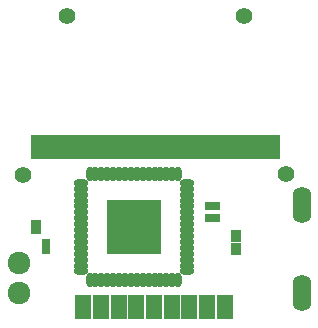
<source format=gts>
G04 #@! TF.FileFunction,Soldermask,Top*
%FSLAX46Y46*%
G04 Gerber Fmt 4.6, Leading zero omitted, Abs format (unit mm)*
G04 Created by KiCad (PCBNEW 4.0.5+dfsg1-4) date Wed Sep  6 13:50:53 2017*
%MOMM*%
%LPD*%
G01*
G04 APERTURE LIST*
%ADD10C,0.100000*%
%ADD11O,1.200000X0.650000*%
%ADD12O,0.650000X1.200000*%
%ADD13R,4.650000X4.650000*%
%ADD14R,1.385000X2.150000*%
%ADD15R,0.710000X2.150000*%
%ADD16R,0.700000X0.750000*%
%ADD17R,0.750000X0.700000*%
%ADD18R,0.830000X0.680000*%
%ADD19R,0.900000X1.000000*%
%ADD20O,1.600000X3.100000*%
%ADD21C,1.400000*%
%ADD22C,1.924000*%
G04 APERTURE END LIST*
D10*
D11*
X112075000Y-80750000D03*
X112075000Y-80250000D03*
X112075000Y-79750000D03*
X112075000Y-79250000D03*
X112075000Y-78750000D03*
X112075000Y-78250000D03*
X112075000Y-77750000D03*
X112075000Y-77250000D03*
X112075000Y-76750000D03*
X112075000Y-76250000D03*
X112075000Y-75750000D03*
X112075000Y-75250000D03*
X112075000Y-74750000D03*
X112075000Y-74250000D03*
X112075000Y-73750000D03*
X112075000Y-73250000D03*
D12*
X111350000Y-72525000D03*
X110850000Y-72525000D03*
X110350000Y-72525000D03*
X109850000Y-72525000D03*
X109350000Y-72525000D03*
X108850000Y-72525000D03*
X108350000Y-72525000D03*
X107850000Y-72525000D03*
X107350000Y-72525000D03*
X106850000Y-72525000D03*
X106350000Y-72525000D03*
X105850000Y-72525000D03*
X105350000Y-72525000D03*
X104850000Y-72525000D03*
X104350000Y-72525000D03*
X103850000Y-72525000D03*
D11*
X103125000Y-73250000D03*
X103125000Y-73750000D03*
X103125000Y-74250000D03*
X103125000Y-74750000D03*
X103125000Y-75250000D03*
X103125000Y-75750000D03*
X103125000Y-76250000D03*
X103125000Y-76750000D03*
X103125000Y-77250000D03*
X103125000Y-77750000D03*
X103125000Y-78250000D03*
X103125000Y-78750000D03*
X103125000Y-79250000D03*
X103125000Y-79750000D03*
X103125000Y-80250000D03*
X103125000Y-80750000D03*
D12*
X103850000Y-81475000D03*
X104350000Y-81475000D03*
X104850000Y-81475000D03*
X105350000Y-81475000D03*
X105850000Y-81475000D03*
X106350000Y-81475000D03*
X106850000Y-81475000D03*
X107350000Y-81475000D03*
X107850000Y-81475000D03*
X108350000Y-81475000D03*
X108850000Y-81475000D03*
X109350000Y-81475000D03*
X109850000Y-81475000D03*
X110350000Y-81475000D03*
X110850000Y-81475000D03*
X111350000Y-81475000D03*
D13*
X107600000Y-77000000D03*
D14*
X103300000Y-83800000D03*
X104800000Y-83800000D03*
X106300000Y-83800000D03*
X107800000Y-83800000D03*
X109300000Y-83800000D03*
X110800000Y-83800000D03*
X112300000Y-83800000D03*
X113800000Y-83800000D03*
X115300000Y-83800000D03*
D15*
X99200000Y-70200000D03*
X99800000Y-70200000D03*
X100400000Y-70200000D03*
X101000000Y-70200000D03*
X101600000Y-70200000D03*
X102200000Y-70200000D03*
X102800000Y-70200000D03*
X103400000Y-70200000D03*
X104000000Y-70200000D03*
X104600000Y-70200000D03*
X105200000Y-70200000D03*
X105800000Y-70200000D03*
X106400000Y-70200000D03*
X107000000Y-70200000D03*
X107600000Y-70200000D03*
X108200000Y-70200000D03*
X108800000Y-70200000D03*
X109400000Y-70200000D03*
X110000000Y-70200000D03*
X110600000Y-70200000D03*
X111200000Y-70200000D03*
X111800000Y-70200000D03*
X112400000Y-70200000D03*
X113000000Y-70200000D03*
X113600000Y-70200000D03*
X114200000Y-70200000D03*
X114800000Y-70200000D03*
X115400000Y-70200000D03*
X116000000Y-70200000D03*
X116600000Y-70200000D03*
X117200000Y-70200000D03*
X117800000Y-70200000D03*
X118400000Y-70200000D03*
X119000000Y-70200000D03*
X119600000Y-70200000D03*
D16*
X113973000Y-75224000D03*
X114533000Y-75224000D03*
D17*
X100156000Y-78347000D03*
X100156000Y-78907000D03*
D18*
X99292400Y-76716600D03*
X99292400Y-77236600D03*
D16*
X113973000Y-76240000D03*
X114533000Y-76240000D03*
D19*
X116285000Y-78822000D03*
X116285000Y-77722000D03*
D20*
X121800000Y-82600000D03*
X121800000Y-75100000D03*
D21*
X116900000Y-59100000D03*
X120500000Y-72500000D03*
X98200000Y-72600000D03*
X101900000Y-59100000D03*
D22*
X97870000Y-82590000D03*
X97870000Y-80050000D03*
M02*

</source>
